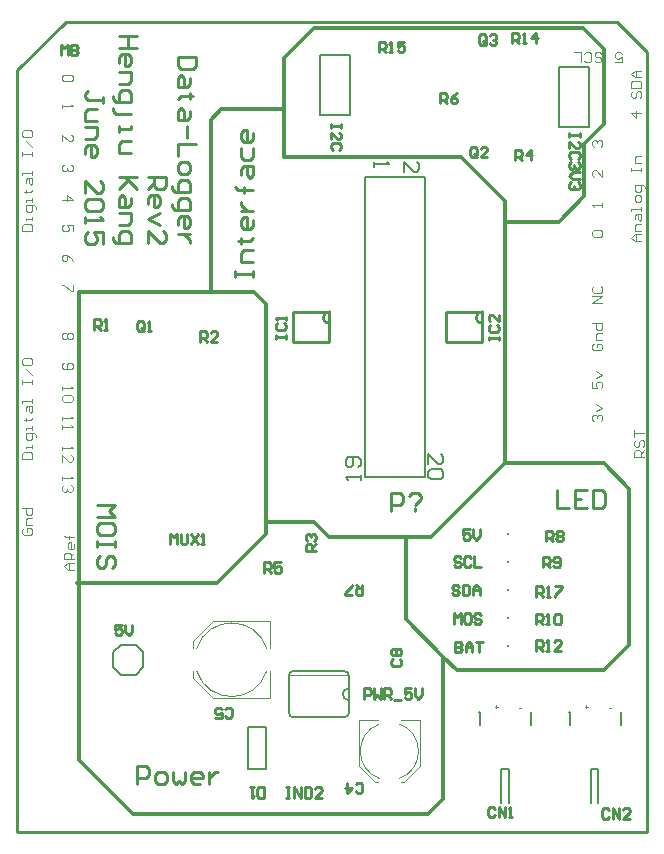
<source format=gto>
%FSLAX24Y24*%
%MOIN*%
G70*
G01*
G75*
%ADD10R,0.0120X0.0570*%
%ADD11R,0.0870X0.0240*%
%ADD12R,0.0630X0.0520*%
%ADD13R,0.0560X0.0400*%
%ADD14R,0.0480X0.0480*%
%ADD15R,0.0520X0.0630*%
%ADD16R,0.0280X0.0480*%
%ADD17R,0.0260X0.0800*%
%ADD18R,0.0560X0.1030*%
%ADD19R,0.1190X0.0560*%
%ADD20R,0.0600X0.0520*%
%ADD21C,0.0370*%
%ADD22C,0.0130*%
%ADD23C,0.0100*%
%ADD24C,0.0420*%
%ADD25C,0.0220*%
%ADD26C,0.0500*%
%ADD27C,0.0270*%
%ADD28C,0.0000*%
%ADD29C,0.0560*%
G04:AMPARAMS|DCode=30|XSize=66mil|YSize=66mil|CornerRadius=0mil|HoleSize=0mil|Usage=FLASHONLY|Rotation=90.000|XOffset=0mil|YOffset=0mil|HoleType=Round|Shape=Octagon|*
%AMOCTAGOND30*
4,1,8,0.0165,0.0330,-0.0165,0.0330,-0.0330,0.0165,-0.0330,-0.0165,-0.0165,-0.0330,0.0165,-0.0330,0.0330,-0.0165,0.0330,0.0165,0.0165,0.0330,0.0*
%
%ADD30OCTAGOND30*%

%ADD31C,0.0591*%
%ADD32R,0.0591X0.0591*%
G04:AMPARAMS|DCode=33|XSize=76mil|YSize=76mil|CornerRadius=0mil|HoleSize=0mil|Usage=FLASHONLY|Rotation=0.000|XOffset=0mil|YOffset=0mil|HoleType=Round|Shape=Octagon|*
%AMOCTAGOND33*
4,1,8,0.0380,-0.0190,0.0380,0.0190,0.0190,0.0380,-0.0190,0.0380,-0.0380,0.0190,-0.0380,-0.0190,-0.0190,-0.0380,0.0190,-0.0380,0.0380,-0.0190,0.0*
%
%ADD33OCTAGOND33*%

%ADD34C,0.0500*%
%ADD35R,0.0197X0.0197*%
%ADD36R,0.0630X0.1070*%
%ADD37R,0.0520X0.0600*%
%ADD38C,0.0060*%
%ADD39C,0.0040*%
%ADD40C,0.0050*%
%ADD41C,0.0079*%
%ADD42C,0.0020*%
%ADD43C,0.0027*%
%ADD44C,0.0080*%
%ADD45R,0.0080X0.0079*%
G36*
X29863Y14154D02*
X29781D01*
Y14181D01*
X29863D01*
Y14154D01*
D02*
G37*
G36*
X29041Y14230D02*
X29100D01*
Y14205D01*
X29041D01*
Y14146D01*
X29016D01*
Y14205D01*
X28957D01*
Y14230D01*
X29016D01*
Y14290D01*
X29041D01*
Y14230D01*
D02*
G37*
G36*
X26869Y14154D02*
X26787D01*
Y14181D01*
X26869D01*
Y14154D01*
D02*
G37*
G36*
X26047Y14230D02*
X26106D01*
Y14205D01*
X26047D01*
Y14146D01*
X26022D01*
Y14205D01*
X25963D01*
Y14230D01*
X26022D01*
Y14290D01*
X26047D01*
Y14230D01*
D02*
G37*
D22*
X18350Y20000D02*
Y27650D01*
X16700Y18350D02*
X18350Y20000D01*
X12050Y18350D02*
X16700D01*
X12050D02*
X12100Y18400D01*
Y28050D01*
X17950D01*
X18950Y32550D02*
X24850D01*
X26300Y31100D01*
Y22350D02*
Y31100D01*
X23850Y19900D02*
X26300Y22350D01*
X20450Y19900D02*
X23850D01*
X19950Y20400D02*
X20450Y19900D01*
X18350Y20400D02*
X19950D01*
X18950Y32550D02*
Y35850D01*
X19950Y36850D01*
X28900D01*
X29600Y36150D01*
Y33650D02*
Y36150D01*
X28950Y33000D02*
X29600Y33650D01*
X28950Y31250D02*
Y33000D01*
X28100Y30400D02*
X28950Y31250D01*
X26300Y30400D02*
X28100D01*
X12100Y12450D02*
Y18400D01*
Y12450D02*
X13900Y10650D01*
X23750D01*
X24250Y11150D01*
Y15900D01*
X23000Y17150D02*
X24250Y15900D01*
X23000Y17150D02*
Y19900D01*
X26300Y22350D02*
X29600D01*
X30450Y21500D01*
Y16300D02*
Y21500D01*
X29600Y15450D02*
X30450Y16300D01*
X24700Y15450D02*
X29600D01*
X24250Y15900D02*
X24700Y15450D01*
X16500Y33800D02*
X16850Y34150D01*
X16500Y28050D02*
Y33800D01*
X17950Y28050D02*
X18350Y27650D01*
X16850Y34150D02*
X18950D01*
D23*
X25550Y27400D02*
G03*
X25550Y27000I0J-200D01*
G01*
X20450Y27400D02*
G03*
X20450Y27000I0J-200D01*
G01*
X24350Y27400D02*
X25550D01*
X24350Y26400D02*
Y27400D01*
Y26400D02*
X25550D01*
Y27400D01*
X19250D02*
X20450D01*
X19250Y26400D02*
Y27400D01*
Y26400D02*
X20450D01*
Y27400D01*
X21323Y11417D02*
X21380Y11360D01*
X21493D01*
X21550Y11417D01*
Y11643D01*
X21493Y11700D01*
X21380D01*
X21323Y11643D01*
X21040Y11700D02*
Y11360D01*
X21210Y11530D01*
X20984D01*
X16973Y13917D02*
X17030Y13860D01*
X17143D01*
X17200Y13917D01*
Y14143D01*
X17143Y14200D01*
X17030D01*
X16973Y14143D01*
X16634Y13860D02*
X16860D01*
Y14030D01*
X16747Y13973D01*
X16690D01*
X16634Y14030D01*
Y14143D01*
X16690Y14200D01*
X16803D01*
X16860Y14143D01*
X22567Y15827D02*
X22510Y15770D01*
Y15657D01*
X22567Y15600D01*
X22793D01*
X22850Y15657D01*
Y15770D01*
X22793Y15827D01*
X22567Y15940D02*
X22510Y15997D01*
Y16110D01*
X22567Y16166D01*
X22623D01*
X22680Y16110D01*
X22737Y16166D01*
X22793D01*
X22850Y16110D01*
Y15997D01*
X22793Y15940D01*
X22737D01*
X22680Y15997D01*
X22623Y15940D01*
X22567D01*
X22680Y15997D02*
Y16110D01*
X25977Y10833D02*
X25920Y10890D01*
X25807D01*
X25750Y10833D01*
Y10607D01*
X25807Y10550D01*
X25920D01*
X25977Y10607D01*
X26090Y10550D02*
Y10890D01*
X26316Y10550D01*
Y10890D01*
X26430Y10550D02*
X26543D01*
X26486D01*
Y10890D01*
X26430Y10833D01*
X29777Y10783D02*
X29720Y10840D01*
X29607D01*
X29550Y10783D01*
Y10557D01*
X29607Y10500D01*
X29720D01*
X29777Y10557D01*
X29890Y10500D02*
Y10840D01*
X30116Y10500D01*
Y10840D01*
X30456Y10500D02*
X30230D01*
X30456Y10727D01*
Y10783D01*
X30400Y10840D01*
X30286D01*
X30230Y10783D01*
X18275Y11205D02*
Y11545D01*
X18105D01*
X18048Y11488D01*
Y11262D01*
X18105Y11205D01*
X18275D01*
X17935Y11545D02*
X17822D01*
X17878D01*
Y11205D01*
X17935Y11262D01*
X18660Y26500D02*
Y26613D01*
Y26557D01*
X19000D01*
Y26500D01*
Y26613D01*
X18717Y27010D02*
X18660Y26953D01*
Y26840D01*
X18717Y26783D01*
X18943D01*
X19000Y26840D01*
Y26953D01*
X18943Y27010D01*
X19000Y27123D02*
Y27236D01*
Y27180D01*
X18660D01*
X18717Y27123D01*
X25760Y26450D02*
Y26563D01*
Y26507D01*
X26100D01*
Y26450D01*
Y26563D01*
X25817Y26960D02*
X25760Y26903D01*
Y26790D01*
X25817Y26733D01*
X26043D01*
X26100Y26790D01*
Y26903D01*
X26043Y26960D01*
X26100Y27300D02*
Y27073D01*
X25873Y27300D01*
X25817D01*
X25760Y27243D01*
Y27130D01*
X25817Y27073D01*
X19000Y11540D02*
X19113D01*
X19057D01*
Y11200D01*
X19000D01*
X19113D01*
X19283D02*
Y11540D01*
X19510Y11200D01*
Y11540D01*
X19623D02*
Y11200D01*
X19793D01*
X19850Y11257D01*
Y11483D01*
X19793Y11540D01*
X19623D01*
X20190Y11200D02*
X19963D01*
X20190Y11427D01*
Y11483D01*
X20133Y11540D01*
X20020D01*
X19963Y11483D01*
X13542Y16965D02*
X13315D01*
Y16795D01*
X13428Y16852D01*
X13485D01*
X13542Y16795D01*
Y16682D01*
X13485Y16625D01*
X13372D01*
X13315Y16682D01*
X13655Y16965D02*
Y16738D01*
X13768Y16625D01*
X13881Y16738D01*
Y16965D01*
X24827Y19183D02*
X24770Y19240D01*
X24657D01*
X24600Y19183D01*
Y19127D01*
X24657Y19070D01*
X24770D01*
X24827Y19013D01*
Y18957D01*
X24770Y18900D01*
X24657D01*
X24600Y18957D01*
X25166Y19183D02*
X25110Y19240D01*
X24997D01*
X24940Y19183D01*
Y18957D01*
X24997Y18900D01*
X25110D01*
X25166Y18957D01*
X25280Y19240D02*
Y18900D01*
X25506D01*
X24600Y17000D02*
Y17340D01*
X24713Y17227D01*
X24827Y17340D01*
Y17000D01*
X25110Y17340D02*
X24997D01*
X24940Y17283D01*
Y17057D01*
X24997Y17000D01*
X25110D01*
X25166Y17057D01*
Y17283D01*
X25110Y17340D01*
X25506Y17283D02*
X25450Y17340D01*
X25336D01*
X25280Y17283D01*
Y17227D01*
X25336Y17170D01*
X25450D01*
X25506Y17113D01*
Y17057D01*
X25450Y17000D01*
X25336D01*
X25280Y17057D01*
X24650Y16390D02*
Y16050D01*
X24820D01*
X24877Y16107D01*
Y16163D01*
X24820Y16220D01*
X24650D01*
X24820D01*
X24877Y16277D01*
Y16333D01*
X24820Y16390D01*
X24650D01*
X24990Y16050D02*
Y16277D01*
X25103Y16390D01*
X25216Y16277D01*
Y16050D01*
Y16220D01*
X24990D01*
X25330Y16390D02*
X25556D01*
X25443D01*
Y16050D01*
X24777Y18233D02*
X24720Y18290D01*
X24607D01*
X24550Y18233D01*
Y18177D01*
X24607Y18120D01*
X24720D01*
X24777Y18063D01*
Y18007D01*
X24720Y17950D01*
X24607D01*
X24550Y18007D01*
X24890Y18290D02*
Y17950D01*
X25060D01*
X25116Y18007D01*
Y18233D01*
X25060Y18290D01*
X24890D01*
X25230Y17950D02*
Y18177D01*
X25343Y18290D01*
X25456Y18177D01*
Y17950D01*
Y18120D01*
X25230D01*
X25127Y20140D02*
X24900D01*
Y19970D01*
X25013Y20027D01*
X25070D01*
X25127Y19970D01*
Y19857D01*
X25070Y19800D01*
X24957D01*
X24900Y19857D01*
X25240Y20140D02*
Y19913D01*
X25353Y19800D01*
X25466Y19913D01*
Y20140D01*
X11500Y35950D02*
Y36290D01*
X11613Y36177D01*
X11727Y36290D01*
Y35950D01*
X11840Y36290D02*
Y35950D01*
X12010D01*
X12066Y36007D01*
Y36063D01*
X12010Y36120D01*
X11840D01*
X12010D01*
X12066Y36177D01*
Y36233D01*
X12010Y36290D01*
X11840D01*
X15150Y19650D02*
Y19990D01*
X15263Y19877D01*
X15377Y19990D01*
Y19650D01*
X15490Y19990D02*
Y19707D01*
X15547Y19650D01*
X15660D01*
X15716Y19707D01*
Y19990D01*
X15830D02*
X16056Y19650D01*
Y19990D02*
X15830Y19650D01*
X16170D02*
X16283D01*
X16226D01*
Y19990D01*
X16170Y19933D01*
X20840Y33650D02*
Y33537D01*
Y33593D01*
X20500D01*
Y33650D01*
Y33537D01*
Y33140D02*
Y33367D01*
X20727Y33140D01*
X20783D01*
X20840Y33197D01*
Y33310D01*
X20783Y33367D01*
Y32800D02*
X20840Y32857D01*
Y32970D01*
X20783Y33027D01*
X20557D01*
X20500Y32970D01*
Y32857D01*
X20557Y32800D01*
X28790Y33350D02*
Y33237D01*
Y33293D01*
X28450D01*
Y33350D01*
Y33237D01*
Y32840D02*
Y33067D01*
X28677Y32840D01*
X28733D01*
X28790Y32897D01*
Y33010D01*
X28733Y33067D01*
Y32500D02*
X28790Y32557D01*
Y32670D01*
X28733Y32727D01*
X28507D01*
X28450Y32670D01*
Y32557D01*
X28507Y32500D01*
X28733Y32387D02*
X28790Y32330D01*
Y32217D01*
X28733Y32160D01*
X28677D01*
X28620Y32217D01*
Y32274D01*
Y32217D01*
X28563Y32160D01*
X28507D01*
X28450Y32217D01*
Y32330D01*
X28507Y32387D01*
X28790Y32047D02*
X28563D01*
X28450Y31934D01*
X28563Y31820D01*
X28790D01*
X28733Y31707D02*
X28790Y31651D01*
Y31537D01*
X28733Y31481D01*
X28677D01*
X28620Y31537D01*
Y31594D01*
Y31537D01*
X28563Y31481D01*
X28507D01*
X28450Y31537D01*
Y31651D01*
X28507Y31707D01*
X21600Y14500D02*
Y14840D01*
X21770D01*
X21827Y14783D01*
Y14670D01*
X21770Y14613D01*
X21600D01*
X21940Y14840D02*
Y14500D01*
X22053Y14613D01*
X22166Y14500D01*
Y14840D01*
X22280Y14500D02*
Y14840D01*
X22450D01*
X22506Y14783D01*
Y14670D01*
X22450Y14613D01*
X22280D01*
X22393D02*
X22506Y14500D01*
X22620Y14443D02*
X22846D01*
X23186Y14840D02*
X22960D01*
Y14670D01*
X23073Y14727D01*
X23129D01*
X23186Y14670D01*
Y14557D01*
X23129Y14500D01*
X23016D01*
X22960Y14557D01*
X23299Y14840D02*
Y14613D01*
X23413Y14500D01*
X23526Y14613D01*
Y14840D01*
X14277Y26807D02*
Y27033D01*
X14220Y27090D01*
X14107D01*
X14050Y27033D01*
Y26807D01*
X14107Y26750D01*
X14220D01*
X14163Y26863D02*
X14277Y26750D01*
X14220D02*
X14277Y26807D01*
X14390Y26750D02*
X14503D01*
X14447D01*
Y27090D01*
X14390Y27033D01*
X25377Y32607D02*
Y32833D01*
X25320Y32890D01*
X25207D01*
X25150Y32833D01*
Y32607D01*
X25207Y32550D01*
X25320D01*
X25263Y32663D02*
X25377Y32550D01*
X25320D02*
X25377Y32607D01*
X25716Y32550D02*
X25490D01*
X25716Y32777D01*
Y32833D01*
X25660Y32890D01*
X25547D01*
X25490Y32833D01*
X25677Y36357D02*
Y36583D01*
X25620Y36640D01*
X25507D01*
X25450Y36583D01*
Y36357D01*
X25507Y36300D01*
X25620D01*
X25563Y36413D02*
X25677Y36300D01*
X25620D02*
X25677Y36357D01*
X25790Y36583D02*
X25847Y36640D01*
X25960D01*
X26016Y36583D01*
Y36527D01*
X25960Y36470D01*
X25903D01*
X25960D01*
X26016Y36413D01*
Y36357D01*
X25960Y36300D01*
X25847D01*
X25790Y36357D01*
X12600Y26800D02*
Y27140D01*
X12770D01*
X12827Y27083D01*
Y26970D01*
X12770Y26913D01*
X12600D01*
X12713D02*
X12827Y26800D01*
X12940D02*
X13053D01*
X12997D01*
Y27140D01*
X12940Y27083D01*
X16150Y26400D02*
Y26740D01*
X16320D01*
X16377Y26683D01*
Y26570D01*
X16320Y26513D01*
X16150D01*
X16263D02*
X16377Y26400D01*
X16716D02*
X16490D01*
X16716Y26627D01*
Y26683D01*
X16660Y26740D01*
X16547D01*
X16490Y26683D01*
X20000Y19426D02*
X19660D01*
Y19596D01*
X19717Y19653D01*
X19830D01*
X19887Y19596D01*
Y19426D01*
Y19539D02*
X20000Y19653D01*
X19717Y19766D02*
X19660Y19823D01*
Y19936D01*
X19717Y19992D01*
X19773D01*
X19830Y19936D01*
Y19879D01*
Y19936D01*
X19887Y19992D01*
X19943D01*
X20000Y19936D01*
Y19823D01*
X19943Y19766D01*
X26650Y32450D02*
Y32790D01*
X26820D01*
X26877Y32733D01*
Y32620D01*
X26820Y32563D01*
X26650D01*
X26763D02*
X26877Y32450D01*
X27160D02*
Y32790D01*
X26990Y32620D01*
X27216D01*
X18280Y18700D02*
Y19040D01*
X18450D01*
X18507Y18983D01*
Y18870D01*
X18450Y18813D01*
X18280D01*
X18393D02*
X18507Y18700D01*
X18846Y19040D02*
X18620D01*
Y18870D01*
X18733Y18927D01*
X18790D01*
X18846Y18870D01*
Y18757D01*
X18790Y18700D01*
X18677D01*
X18620Y18757D01*
X24150Y34350D02*
Y34690D01*
X24320D01*
X24377Y34633D01*
Y34520D01*
X24320Y34463D01*
X24150D01*
X24263D02*
X24377Y34350D01*
X24716Y34690D02*
X24603Y34633D01*
X24490Y34520D01*
Y34407D01*
X24547Y34350D01*
X24660D01*
X24716Y34407D01*
Y34463D01*
X24660Y34520D01*
X24490D01*
X21550Y18300D02*
Y17960D01*
X21380D01*
X21323Y18017D01*
Y18130D01*
X21380Y18187D01*
X21550D01*
X21437D02*
X21323Y18300D01*
X21210Y17960D02*
X20984D01*
Y18017D01*
X21210Y18243D01*
Y18300D01*
X27680Y19750D02*
Y20090D01*
X27850D01*
X27907Y20033D01*
Y19920D01*
X27850Y19863D01*
X27680D01*
X27793D02*
X27907Y19750D01*
X28020Y20033D02*
X28077Y20090D01*
X28190D01*
X28246Y20033D01*
Y19977D01*
X28190Y19920D01*
X28246Y19863D01*
Y19807D01*
X28190Y19750D01*
X28077D01*
X28020Y19807D01*
Y19863D01*
X28077Y19920D01*
X28020Y19977D01*
Y20033D01*
X28077Y19920D02*
X28190D01*
X27580Y18875D02*
Y19215D01*
X27750D01*
X27807Y19158D01*
Y19045D01*
X27750Y18988D01*
X27580D01*
X27693D02*
X27807Y18875D01*
X27920Y18932D02*
X27977Y18875D01*
X28090D01*
X28146Y18932D01*
Y19158D01*
X28090Y19215D01*
X27977D01*
X27920Y19158D01*
Y19102D01*
X27977Y19045D01*
X28146D01*
X27330Y16975D02*
Y17315D01*
X27500D01*
X27557Y17258D01*
Y17145D01*
X27500Y17088D01*
X27330D01*
X27443D02*
X27557Y16975D01*
X27670D02*
X27783D01*
X27727D01*
Y17315D01*
X27670Y17258D01*
X27953D02*
X28010Y17315D01*
X28123D01*
X28180Y17258D01*
Y17032D01*
X28123Y16975D01*
X28010D01*
X27953Y17032D01*
Y17258D01*
X27330Y16100D02*
Y16440D01*
X27500D01*
X27557Y16383D01*
Y16270D01*
X27500Y16213D01*
X27330D01*
X27443D02*
X27557Y16100D01*
X27670D02*
X27783D01*
X27727D01*
Y16440D01*
X27670Y16383D01*
X28180Y16100D02*
X27953D01*
X28180Y16327D01*
Y16383D01*
X28123Y16440D01*
X28010D01*
X27953Y16383D01*
X26550Y36350D02*
Y36690D01*
X26720D01*
X26777Y36633D01*
Y36520D01*
X26720Y36463D01*
X26550D01*
X26663D02*
X26777Y36350D01*
X26890D02*
X27003D01*
X26947D01*
Y36690D01*
X26890Y36633D01*
X27343Y36350D02*
Y36690D01*
X27173Y36520D01*
X27400D01*
X22100Y36050D02*
Y36390D01*
X22270D01*
X22327Y36333D01*
Y36220D01*
X22270Y36163D01*
X22100D01*
X22213D02*
X22327Y36050D01*
X22440D02*
X22553D01*
X22497D01*
Y36390D01*
X22440Y36333D01*
X22950Y36390D02*
X22723D01*
Y36220D01*
X22836Y36277D01*
X22893D01*
X22950Y36220D01*
Y36107D01*
X22893Y36050D01*
X22780D01*
X22723Y36107D01*
X27350Y17900D02*
Y18240D01*
X27520D01*
X27577Y18183D01*
Y18070D01*
X27520Y18013D01*
X27350D01*
X27463D02*
X27577Y17900D01*
X27690D02*
X27803D01*
X27747D01*
Y18240D01*
X27690Y18183D01*
X27973Y18240D02*
X28200D01*
Y18183D01*
X27973Y17957D01*
Y17900D01*
X22500Y20750D02*
Y21350D01*
X22800D01*
X22900Y21250D01*
Y21050D01*
X22800Y20950D01*
X22500D01*
X23100Y21250D02*
X23200Y21350D01*
X23400D01*
X23500Y21250D01*
Y21150D01*
X23300Y20950D01*
Y20850D02*
Y20750D01*
X28050Y21450D02*
Y20850D01*
X28450D01*
X29050Y21450D02*
X28650D01*
Y20850D01*
X29050D01*
X28650Y21150D02*
X28850D01*
X29250Y21450D02*
Y20850D01*
X29550D01*
X29649Y20950D01*
Y21350D01*
X29550Y21450D01*
X29250D01*
X14050Y11650D02*
Y12250D01*
X14350D01*
X14450Y12150D01*
Y11950D01*
X14350Y11850D01*
X14050D01*
X14750Y11650D02*
X14950D01*
X15050Y11750D01*
Y11950D01*
X14950Y12050D01*
X14750D01*
X14650Y11950D01*
Y11750D01*
X14750Y11650D01*
X15250Y12050D02*
Y11750D01*
X15350Y11650D01*
X15450Y11750D01*
X15550Y11650D01*
X15649Y11750D01*
Y12050D01*
X16149Y11650D02*
X15949D01*
X15849Y11750D01*
Y11950D01*
X15949Y12050D01*
X16149D01*
X16249Y11950D01*
Y11850D01*
X15849D01*
X16449Y12050D02*
Y11650D01*
Y11850D01*
X16549Y11950D01*
X16649Y12050D01*
X16749D01*
X12700Y20950D02*
X13300D01*
X13100Y20750D01*
X13300Y20550D01*
X12700D01*
X13300Y20050D02*
Y20250D01*
X13200Y20350D01*
X12800D01*
X12700Y20250D01*
Y20050D01*
X12800Y19950D01*
X13200D01*
X13300Y20050D01*
Y19750D02*
Y19550D01*
Y19650D01*
X12700D01*
Y19750D01*
Y19550D01*
X13200Y18851D02*
X13300Y18951D01*
Y19151D01*
X13200Y19251D01*
X13100D01*
X13000Y19151D01*
Y18951D01*
X12900Y18851D01*
X12800D01*
X12700Y18951D01*
Y19151D01*
X12800Y19251D01*
X17300Y28550D02*
Y28750D01*
Y28650D01*
X17900D01*
Y28550D01*
Y28750D01*
Y29050D02*
X17500D01*
Y29350D01*
X17600Y29450D01*
X17900D01*
X17400Y29750D02*
X17500D01*
Y29650D01*
Y29850D01*
Y29750D01*
X17800D01*
X17900Y29850D01*
Y30449D02*
Y30249D01*
X17800Y30149D01*
X17600D01*
X17500Y30249D01*
Y30449D01*
X17600Y30549D01*
X17700D01*
Y30149D01*
X17500Y30749D02*
X17900D01*
X17700D01*
X17600Y30849D01*
X17500Y30949D01*
Y31049D01*
X17900Y31449D02*
X17400D01*
X17600D01*
Y31349D01*
Y31549D01*
Y31449D01*
X17400D01*
X17300Y31549D01*
X17500Y31949D02*
Y32149D01*
X17600Y32249D01*
X17900D01*
Y31949D01*
X17800Y31849D01*
X17700Y31949D01*
Y32249D01*
X17500Y32849D02*
Y32549D01*
X17600Y32449D01*
X17800D01*
X17900Y32549D01*
Y32849D01*
Y33348D02*
Y33149D01*
X17800Y33049D01*
X17600D01*
X17500Y33149D01*
Y33348D01*
X17600Y33448D01*
X17700D01*
Y33049D01*
X16000Y35900D02*
X15400D01*
Y35600D01*
X15500Y35500D01*
X15900D01*
X16000Y35600D01*
Y35900D01*
X15800Y35200D02*
Y35001D01*
X15700Y34901D01*
X15400D01*
Y35200D01*
X15500Y35300D01*
X15600Y35200D01*
Y34901D01*
X15900Y34601D02*
X15800D01*
Y34701D01*
Y34501D01*
Y34601D01*
X15500D01*
X15400Y34501D01*
X15800Y34101D02*
Y33901D01*
X15700Y33801D01*
X15400D01*
Y34101D01*
X15500Y34201D01*
X15600Y34101D01*
Y33801D01*
X15700Y33601D02*
Y33201D01*
X16000Y33001D02*
X15400D01*
Y32601D01*
Y32301D02*
Y32101D01*
X15500Y32001D01*
X15700D01*
X15800Y32101D01*
Y32301D01*
X15700Y32401D01*
X15500D01*
X15400Y32301D01*
X15200Y31602D02*
Y31502D01*
X15300Y31402D01*
X15800D01*
Y31702D01*
X15700Y31802D01*
X15500D01*
X15400Y31702D01*
Y31402D01*
X15200Y31002D02*
Y30902D01*
X15300Y30802D01*
X15800D01*
Y31102D01*
X15700Y31202D01*
X15500D01*
X15400Y31102D01*
Y30802D01*
Y30302D02*
Y30502D01*
X15500Y30602D01*
X15700D01*
X15800Y30502D01*
Y30302D01*
X15700Y30202D01*
X15600D01*
Y30602D01*
X15800Y30002D02*
X15400D01*
X15600D01*
X15700Y29902D01*
X15800Y29802D01*
Y29702D01*
X14400Y31900D02*
X15000D01*
Y31600D01*
X14900Y31500D01*
X14700D01*
X14600Y31600D01*
Y31900D01*
Y31700D02*
X14400Y31500D01*
Y31000D02*
Y31200D01*
X14500Y31300D01*
X14700D01*
X14800Y31200D01*
Y31000D01*
X14700Y30900D01*
X14600D01*
Y31300D01*
X14800Y30700D02*
X14400Y30500D01*
X14800Y30301D01*
X14400Y29701D02*
Y30101D01*
X14800Y29701D01*
X14900D01*
X15000Y29801D01*
Y30001D01*
X14900Y30101D01*
X14050Y36600D02*
X13450D01*
X13750D01*
Y36200D01*
X14050D01*
X13450D01*
Y35700D02*
Y35900D01*
X13550Y36000D01*
X13750D01*
X13850Y35900D01*
Y35700D01*
X13750Y35600D01*
X13650D01*
Y36000D01*
X13450Y35400D02*
X13850D01*
Y35100D01*
X13750Y35001D01*
X13450D01*
X13250Y34601D02*
Y34501D01*
X13350Y34401D01*
X13850D01*
Y34701D01*
X13750Y34801D01*
X13550D01*
X13450Y34701D01*
Y34401D01*
X13250Y34201D02*
Y34101D01*
X13350Y34001D01*
X13850D01*
X13450Y33601D02*
Y33401D01*
Y33501D01*
X13850D01*
Y33601D01*
Y33101D02*
X13550D01*
X13450Y33001D01*
Y32701D01*
X13850D01*
X14050Y31902D02*
X13450D01*
X13650D01*
X14050Y31502D01*
X13750Y31802D01*
X13450Y31502D01*
X13850Y31202D02*
Y31002D01*
X13750Y30902D01*
X13450D01*
Y31202D01*
X13550Y31302D01*
X13650Y31202D01*
Y30902D01*
X13450Y30702D02*
X13850D01*
Y30402D01*
X13750Y30302D01*
X13450D01*
X13250Y29902D02*
Y29802D01*
X13350Y29702D01*
X13850D01*
Y30002D01*
X13750Y30102D01*
X13550D01*
X13450Y30002D01*
Y29702D01*
X12900Y34350D02*
Y34550D01*
Y34450D01*
X12400D01*
X12300Y34550D01*
Y34650D01*
X12400Y34750D01*
X12700Y34150D02*
X12400D01*
X12300Y34050D01*
Y33750D01*
X12700D01*
X12300Y33550D02*
X12700D01*
Y33250D01*
X12600Y33151D01*
X12300D01*
Y32651D02*
Y32851D01*
X12400Y32951D01*
X12600D01*
X12700Y32851D01*
Y32651D01*
X12600Y32551D01*
X12500D01*
Y32951D01*
X12300Y31351D02*
Y31751D01*
X12700Y31351D01*
X12800D01*
X12900Y31451D01*
Y31651D01*
X12800Y31751D01*
Y31151D02*
X12900Y31051D01*
Y30851D01*
X12800Y30751D01*
X12400D01*
X12300Y30851D01*
Y31051D01*
X12400Y31151D01*
X12800D01*
X12300Y30551D02*
Y30351D01*
Y30451D01*
X12900D01*
X12800Y30551D01*
X12900Y29652D02*
Y30052D01*
X12600D01*
X12700Y29852D01*
Y29752D01*
X12600Y29652D01*
X12400D01*
X12300Y29752D01*
Y29952D01*
X12400Y30052D01*
X31050Y10070D02*
Y11570D01*
X31040Y10060D02*
X31050Y10070D01*
X25670Y10060D02*
X31040D01*
X10050Y10050D02*
X24690D01*
X31050Y11570D02*
Y36050D01*
X24700Y10060D02*
X25670D01*
X11660Y37060D02*
X30040D01*
X30500Y36600D01*
X31050Y36050D01*
X10050Y10050D02*
Y35450D01*
X11660Y37060D01*
D28*
X31050Y16410D02*
Y36050D01*
X10050Y10050D02*
X22080D01*
X16150Y37050D02*
X29050D01*
X10050Y35450D02*
X10650Y36050D01*
X10050Y10050D02*
Y35450D01*
D38*
X21100Y14850D02*
G03*
X21100Y14450I0J-200D01*
G01*
Y15270D02*
G03*
X20950Y15420I-150J0D01*
G01*
X19100Y14030D02*
G03*
X19250Y13880I150J0D01*
G01*
X20950D02*
G03*
X21100Y14030I0J150D01*
G01*
X19250Y15420D02*
G03*
X19100Y15270I0J-150D01*
G01*
X13500Y15300D02*
X14000D01*
X13250Y15550D02*
X13500Y15300D01*
X13250Y16050D02*
X13500Y16300D01*
X13250Y15550D02*
Y16050D01*
X14000Y15300D02*
X14250Y15550D01*
Y16050D01*
X14000Y16300D02*
X14250Y16050D01*
X13500Y16300D02*
X14000D01*
X21100Y14030D02*
Y15270D01*
X19100Y14030D02*
Y15270D01*
X19250Y15420D02*
X20950D01*
X19250Y13880D02*
X20950D01*
D39*
X22790Y11840D02*
G03*
X22790Y13656I-335J908D01*
G01*
X22115D02*
G03*
X22115Y11840I335J-908D01*
G01*
X16030Y15420D02*
G03*
X18361Y15420I1166J375D01*
G01*
Y16174D02*
G03*
X16030Y16174I-1166J-375D01*
G01*
X22830Y13774D02*
X23480D01*
Y12250D02*
Y13774D01*
X22950Y11720D02*
X23480Y12250D01*
X22830Y11720D02*
X22950D01*
X21958D02*
X22076D01*
X21426Y12250D02*
X21958Y11720D01*
X21426Y12250D02*
Y13774D01*
X22076D01*
X18480Y14520D02*
Y15420D01*
X16580Y14520D02*
X18480D01*
X15920Y15180D02*
X16580Y14520D01*
X15920Y15180D02*
Y15420D01*
Y16174D02*
Y16410D01*
X16580Y17080D01*
X18480D01*
Y16174D02*
Y17080D01*
D40*
X26186Y11010D02*
Y12160D01*
X26424D01*
Y11010D02*
Y12160D01*
X25436Y14051D02*
X25476D01*
Y13618D02*
Y14051D01*
X27172Y13618D02*
Y14051D01*
X29180Y11010D02*
Y12160D01*
X29418D01*
Y11010D02*
Y12160D01*
X28430Y14051D02*
X28470D01*
Y13618D02*
Y14051D01*
X30166Y13618D02*
Y14051D01*
X17750Y13550D02*
X18350D01*
X17750Y12150D02*
Y13550D01*
Y12150D02*
X18350D01*
Y13550D01*
D41*
X29100Y33550D02*
Y35550D01*
X28100D02*
X29100D01*
X28100Y33550D02*
Y35550D01*
Y33550D02*
X29100D01*
X21150Y33950D02*
Y35950D01*
X20150D02*
X21150D01*
X20150Y33950D02*
Y35950D01*
Y33950D02*
X21150D01*
X21650Y21900D02*
Y31150D01*
X23650Y21900D02*
Y31150D01*
Y31900D01*
X21650D02*
X23650D01*
X21650Y31150D02*
Y31900D01*
Y21900D02*
X23650D01*
D42*
X19100Y15280D02*
X21100D01*
D43*
X30950Y22550D02*
X30610D01*
Y22720D01*
X30667Y22777D01*
X30780D01*
X30837Y22720D01*
Y22550D01*
Y22663D02*
X30950Y22777D01*
X30667Y23116D02*
X30610Y23060D01*
Y22947D01*
X30667Y22890D01*
X30723D01*
X30780Y22947D01*
Y23060D01*
X30837Y23116D01*
X30893D01*
X30950Y23060D01*
Y22947D01*
X30893Y22890D01*
X30610Y23230D02*
Y23456D01*
Y23343D01*
X30950D01*
X29267Y23740D02*
X29210Y23797D01*
Y23910D01*
X29267Y23967D01*
X29323D01*
X29380Y23910D01*
Y23853D01*
Y23910D01*
X29437Y23967D01*
X29493D01*
X29550Y23910D01*
Y23797D01*
X29493Y23740D01*
X29323Y24080D02*
X29550Y24193D01*
X29323Y24306D01*
X29210Y25067D02*
Y24840D01*
X29380D01*
X29323Y24953D01*
Y25010D01*
X29380Y25067D01*
X29493D01*
X29550Y25010D01*
Y24897D01*
X29493Y24840D01*
X29323Y25180D02*
X29550Y25293D01*
X29323Y25406D01*
X29267Y26337D02*
X29210Y26280D01*
Y26167D01*
X29267Y26110D01*
X29493D01*
X29550Y26167D01*
Y26280D01*
X29493Y26337D01*
X29380D01*
Y26223D01*
X29550Y26450D02*
X29323D01*
Y26620D01*
X29380Y26676D01*
X29550D01*
X29210Y27016D02*
X29550D01*
Y26846D01*
X29493Y26790D01*
X29380D01*
X29323Y26846D01*
Y27016D01*
X29550Y27690D02*
X29210D01*
X29550Y27917D01*
X29210D01*
X29267Y28256D02*
X29210Y28200D01*
Y28087D01*
X29267Y28030D01*
X29493D01*
X29550Y28087D01*
Y28200D01*
X29493Y28256D01*
X30850Y29750D02*
X30623D01*
X30510Y29863D01*
X30623Y29977D01*
X30850D01*
X30680D01*
Y29750D01*
X30850Y30090D02*
X30623D01*
Y30260D01*
X30680Y30316D01*
X30850D01*
X30623Y30486D02*
Y30600D01*
X30680Y30656D01*
X30850D01*
Y30486D01*
X30793Y30430D01*
X30737Y30486D01*
Y30656D01*
X30850Y30770D02*
Y30883D01*
Y30826D01*
X30510D01*
Y30770D01*
X30850Y31110D02*
Y31223D01*
X30793Y31279D01*
X30680D01*
X30623Y31223D01*
Y31110D01*
X30680Y31053D01*
X30793D01*
X30850Y31110D01*
X30963Y31506D02*
Y31563D01*
X30907Y31619D01*
X30623D01*
Y31449D01*
X30680Y31393D01*
X30793D01*
X30850Y31449D01*
Y31619D01*
X30510Y32073D02*
Y32186D01*
Y32129D01*
X30850D01*
Y32073D01*
Y32186D01*
Y32356D02*
X30623D01*
Y32526D01*
X30680Y32582D01*
X30850D01*
X29267Y29900D02*
X29210Y29957D01*
Y30070D01*
X29267Y30127D01*
X29493D01*
X29550Y30070D01*
Y29957D01*
X29493Y29900D01*
X29267D01*
X29550Y30900D02*
Y31013D01*
Y30957D01*
X29210D01*
X29267Y30900D01*
X29550Y32127D02*
Y31900D01*
X29323Y32127D01*
X29267D01*
X29210Y32070D01*
Y31957D01*
X29267Y31900D01*
Y32900D02*
X29210Y32957D01*
Y33070D01*
X29267Y33127D01*
X29323D01*
X29380Y33070D01*
Y33013D01*
Y33070D01*
X29437Y33127D01*
X29493D01*
X29550Y33070D01*
Y32957D01*
X29493Y32900D01*
X30850Y34020D02*
X30510D01*
X30680Y33850D01*
Y34077D01*
X30567Y34756D02*
X30510Y34700D01*
Y34586D01*
X30567Y34530D01*
X30623D01*
X30680Y34586D01*
Y34700D01*
X30737Y34756D01*
X30793D01*
X30850Y34700D01*
Y34586D01*
X30793Y34530D01*
X30510Y34870D02*
X30850D01*
Y35040D01*
X30793Y35096D01*
X30567D01*
X30510Y35040D01*
Y34870D01*
X30850Y35210D02*
X30623D01*
X30510Y35323D01*
X30623Y35436D01*
X30850D01*
X30680D01*
Y35210D01*
X29973Y35710D02*
X30200D01*
Y35880D01*
X30087Y35823D01*
X30030D01*
X29973Y35880D01*
Y35993D01*
X30030Y36050D01*
X30143D01*
X30200Y35993D01*
X29294Y35767D02*
X29350Y35710D01*
X29464D01*
X29520Y35767D01*
Y35823D01*
X29464Y35880D01*
X29350D01*
X29294Y35937D01*
Y35993D01*
X29350Y36050D01*
X29464D01*
X29520Y35993D01*
X28954Y35767D02*
X29010Y35710D01*
X29124D01*
X29180Y35767D01*
Y35993D01*
X29124Y36050D01*
X29010D01*
X28954Y35993D01*
X28840Y35710D02*
Y36050D01*
X28614D01*
X11950Y18800D02*
X11723D01*
X11610Y18913D01*
X11723Y19027D01*
X11950D01*
X11780D01*
Y18800D01*
X11950Y19140D02*
X11610D01*
Y19310D01*
X11667Y19366D01*
X11780D01*
X11837Y19310D01*
Y19140D01*
Y19253D02*
X11950Y19366D01*
Y19650D02*
Y19536D01*
X11893Y19480D01*
X11780D01*
X11723Y19536D01*
Y19650D01*
X11780Y19706D01*
X11837D01*
Y19480D01*
X11950Y19876D02*
X11667D01*
X11780D01*
Y19820D01*
Y19933D01*
Y19876D01*
X11667D01*
X11610Y19933D01*
X10267Y20177D02*
X10210Y20120D01*
Y20007D01*
X10267Y19950D01*
X10493D01*
X10550Y20007D01*
Y20120D01*
X10493Y20177D01*
X10380D01*
Y20063D01*
X10550Y20290D02*
X10323D01*
Y20460D01*
X10380Y20516D01*
X10550D01*
X10210Y20856D02*
X10550D01*
Y20686D01*
X10493Y20630D01*
X10380D01*
X10323Y20686D01*
Y20856D01*
X11550Y21900D02*
Y21787D01*
Y21843D01*
X11890D01*
X11833Y21900D01*
Y21617D02*
X11890Y21560D01*
Y21447D01*
X11833Y21390D01*
X11777D01*
X11720Y21447D01*
Y21503D01*
Y21447D01*
X11663Y21390D01*
X11607D01*
X11550Y21447D01*
Y21560D01*
X11607Y21617D01*
X11550Y22900D02*
Y22787D01*
Y22843D01*
X11890D01*
X11833Y22900D01*
X11550Y22390D02*
Y22617D01*
X11777Y22390D01*
X11833D01*
X11890Y22447D01*
Y22560D01*
X11833Y22617D01*
X11550Y23900D02*
Y23787D01*
Y23843D01*
X11890D01*
X11833Y23900D01*
X11550Y23617D02*
Y23503D01*
Y23560D01*
X11890D01*
X11833Y23617D01*
X11550Y24900D02*
Y24787D01*
Y24843D01*
X11890D01*
X11833Y24900D01*
Y24617D02*
X11890Y24560D01*
Y24447D01*
X11833Y24390D01*
X11607D01*
X11550Y24447D01*
Y24560D01*
X11607Y24617D01*
X11833D01*
X11607Y25700D02*
X11550Y25643D01*
Y25530D01*
X11607Y25473D01*
X11833D01*
X11890Y25530D01*
Y25643D01*
X11833Y25700D01*
X11777D01*
X11720Y25643D01*
Y25473D01*
X11833Y26700D02*
X11890Y26643D01*
Y26530D01*
X11833Y26473D01*
X11777D01*
X11720Y26530D01*
X11663Y26473D01*
X11607D01*
X11550Y26530D01*
Y26643D01*
X11607Y26700D01*
X11663D01*
X11720Y26643D01*
X11777Y26700D01*
X11833D01*
X11720Y26643D02*
Y26530D01*
X11890Y28300D02*
Y28073D01*
X11833D01*
X11607Y28300D01*
X11550D01*
X11890Y29073D02*
X11833Y29187D01*
X11720Y29300D01*
X11607D01*
X11550Y29243D01*
Y29130D01*
X11607Y29073D01*
X11663D01*
X11720Y29130D01*
Y29300D01*
X11890Y30073D02*
Y30300D01*
X11720D01*
X11777Y30187D01*
Y30130D01*
X11720Y30073D01*
X11607D01*
X11550Y30130D01*
Y30243D01*
X11607Y30300D01*
X11550Y31130D02*
X11890D01*
X11720Y31300D01*
Y31073D01*
X11833Y32300D02*
X11890Y32243D01*
Y32130D01*
X11833Y32073D01*
X11777D01*
X11720Y32130D01*
Y32187D01*
Y32130D01*
X11663Y32073D01*
X11607D01*
X11550Y32130D01*
Y32243D01*
X11607Y32300D01*
X11550Y33073D02*
Y33300D01*
X11777Y33073D01*
X11833D01*
X11890Y33130D01*
Y33243D01*
X11833Y33300D01*
X11550Y34300D02*
Y34187D01*
Y34243D01*
X11890D01*
X11833Y34300D01*
Y35300D02*
X11890Y35243D01*
Y35130D01*
X11833Y35073D01*
X11607D01*
X11550Y35130D01*
Y35243D01*
X11607Y35300D01*
X11833D01*
X10210Y22500D02*
X10550D01*
Y22670D01*
X10493Y22727D01*
X10267D01*
X10210Y22670D01*
Y22500D01*
X10550Y22840D02*
Y22953D01*
Y22897D01*
X10323D01*
Y22840D01*
X10663Y23236D02*
Y23293D01*
X10607Y23350D01*
X10323D01*
Y23180D01*
X10380Y23123D01*
X10493D01*
X10550Y23180D01*
Y23350D01*
Y23463D02*
Y23576D01*
Y23520D01*
X10323D01*
Y23463D01*
X10267Y23803D02*
X10323D01*
Y23746D01*
Y23860D01*
Y23803D01*
X10493D01*
X10550Y23860D01*
X10323Y24086D02*
Y24199D01*
X10380Y24256D01*
X10550D01*
Y24086D01*
X10493Y24030D01*
X10437Y24086D01*
Y24256D01*
X10550Y24369D02*
Y24483D01*
Y24426D01*
X10210D01*
Y24369D01*
Y24993D02*
Y25106D01*
Y25049D01*
X10550D01*
Y24993D01*
Y25106D01*
Y25276D02*
X10323Y25502D01*
X10210Y25786D02*
Y25672D01*
X10267Y25616D01*
X10493D01*
X10550Y25672D01*
Y25786D01*
X10493Y25842D01*
X10267D01*
X10210Y25786D01*
Y30100D02*
X10550D01*
Y30270D01*
X10493Y30327D01*
X10267D01*
X10210Y30270D01*
Y30100D01*
X10550Y30440D02*
Y30553D01*
Y30497D01*
X10323D01*
Y30440D01*
X10663Y30836D02*
Y30893D01*
X10607Y30950D01*
X10323D01*
Y30780D01*
X10380Y30723D01*
X10493D01*
X10550Y30780D01*
Y30950D01*
Y31063D02*
Y31176D01*
Y31120D01*
X10323D01*
Y31063D01*
X10267Y31403D02*
X10323D01*
Y31346D01*
Y31460D01*
Y31403D01*
X10493D01*
X10550Y31460D01*
X10323Y31686D02*
Y31799D01*
X10380Y31856D01*
X10550D01*
Y31686D01*
X10493Y31630D01*
X10437Y31686D01*
Y31856D01*
X10550Y31969D02*
Y32083D01*
Y32026D01*
X10210D01*
Y31969D01*
Y32593D02*
Y32706D01*
Y32649D01*
X10550D01*
Y32593D01*
Y32706D01*
Y32876D02*
X10323Y33102D01*
X10210Y33386D02*
Y33272D01*
X10267Y33216D01*
X10493D01*
X10550Y33272D01*
Y33386D01*
X10493Y33442D01*
X10267D01*
X10210Y33386D01*
D44*
X22950Y32067D02*
Y32400D01*
X23283Y32067D01*
X23367D01*
X23450Y32150D01*
Y32317D01*
X23367Y32400D01*
X21950D02*
Y32233D01*
Y32317D01*
X22450D01*
X22367Y32400D01*
X21500Y21800D02*
Y21967D01*
Y21883D01*
X21000D01*
X21083Y21800D01*
X21417Y22217D02*
X21500Y22300D01*
Y22466D01*
X21417Y22550D01*
X21083D01*
X21000Y22466D01*
Y22300D01*
X21083Y22217D01*
X21167D01*
X21250Y22300D01*
Y22550D01*
X23750Y22317D02*
Y22650D01*
X24083Y22317D01*
X24167D01*
X24250Y22400D01*
Y22567D01*
X24167Y22650D01*
Y22150D02*
X24250Y22067D01*
Y21900D01*
X24167Y21817D01*
X23833D01*
X23750Y21900D01*
Y22067D01*
X23833Y22150D01*
X24167D01*
D45*
X26390Y19049D02*
D03*
X26390Y19974D02*
D03*
X26390Y18124D02*
D03*
Y17199D02*
D03*
X26390Y16249D02*
D03*
M02*

</source>
